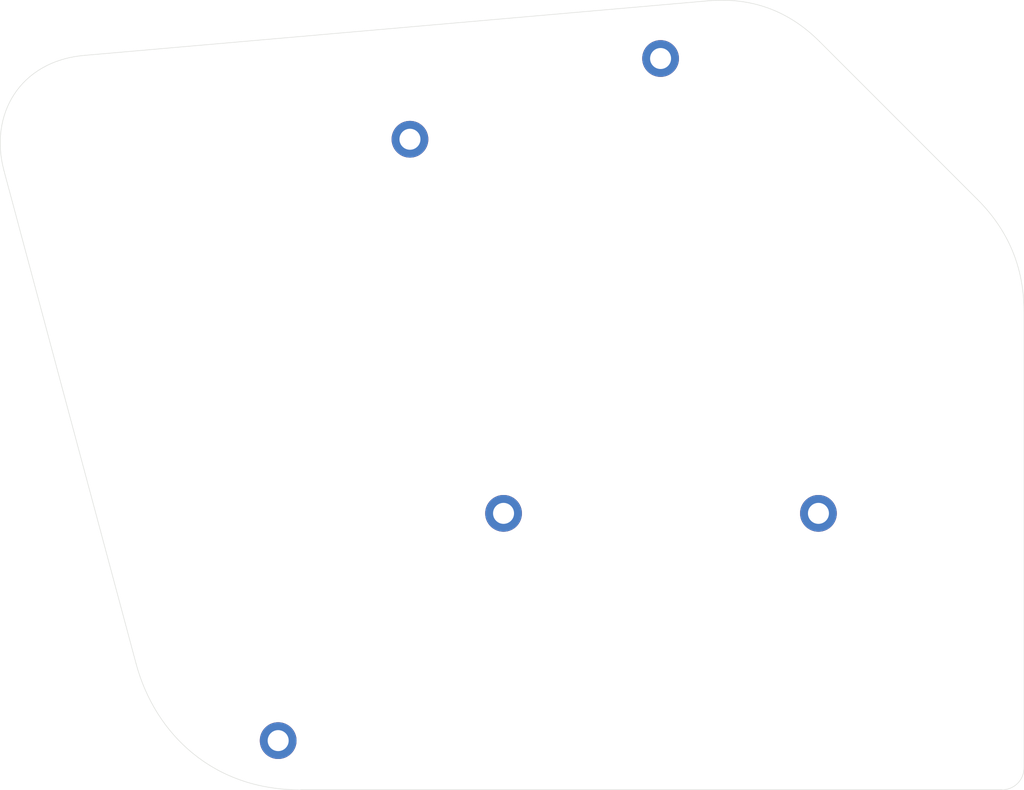
<source format=kicad_pcb>
(kicad_pcb (version 20240108) (generator "pcbnew") (generator_version "8.0")
  (layers (0 "F.Cu" signal) (31 "B.Cu" signal) (34 "B.Paste" user) (35 "F.Paste" user) (36 "B.SilkS" user "B.Silkscreen") (37 "F.SilkS" user "F.Silkscreen") (38 "B.Mask" user) (39 "F.Mask" user) (44 "Edge.Cuts" user))
  (net 0 "")
  (footprint "pipra:MountingHole_16" (layer "F.Cu") (at 239.265421 130.433188)
    (property "Reference" "H5" (hide yes))
    (property "Value" "MountingHole" (hide yes))
    (pad "1" thru_hole circle (at 0 0) (size 4.2 4.2) (drill 2.4) (layers "*.Cu" "*.Mask"))
  )
  (footprint "pipra:MountingHole_16" (layer "F.Cu") (at 177.499237 156.413196)
    (property "Reference" "H3" (hide yes))
    (property "Value" "MountingHole" (hide yes))
    (pad "1" thru_hole circle (at 0 0) (size 4.2 4.2) (drill 2.4) (layers "*.Cu" "*.Mask"))
  )
  (footprint "pipra:MountingHole_16" (layer "F.Cu") (at 192.565423 87.663195)
    (property "Reference" "H4" (hide yes))
    (property "Value" "MountingHole" (hide yes))
    (pad "1" thru_hole circle (at 0 0) (size 4.2 4.2) (drill 2.4) (layers "*.Cu" "*.Mask"))
  )
  (footprint "pipra:MountingHole_16" (layer "F.Cu") (at 221.217189 78.432556)
    (property "Reference" "H6" (hide yes))
    (property "Value" "MountingHole" (hide yes))
    (pad "1" thru_hole circle (at 0 0) (size 4.2 4.2) (drill 2.4) (layers "*.Cu" "*.Mask"))
  )
  (footprint "pipra:MountingHole_16" (layer "F.Cu") (at 203.265422 130.433188)
    (property "Reference" "H2" (hide yes))
    (property "Value" "MountingHole" (hide yes))
    (pad "1" thru_hole circle (at 0 0) (size 4.2 4.2) (drill 2.4) (layers "*.Cu" "*.Mask"))
  )
  (gr_curve (pts (xy 226.614382 71.839201) (xy 231.595348 71.40342) (xy 235.853598 72.953291) (xy 239.389125 76.488824)) (stroke (width 0.05)) (layer "Edge.Cuts"))
  (gr_line (start 262.765419 159.533199) (end 262.765419 107.332898) (stroke (width 0.05)) (layer "Edge.Cuts"))
  (gr_curve (pts (xy 146.14656 91.236338) (xy 144.451533 84.910423) (xy 147.892292 78.726484) (xy 155.363766 78.072825)) (stroke (width 0.05)) (layer "Edge.Cuts"))
  (gr_line (start 155.363766 78.072825) (end 226.614382 71.839201) (stroke (width 0.05)) (layer "Edge.Cuts"))
  (gr_line (start 260.265422 162.0332) (end 180.079494 162.0332) (stroke (width 0.05)) (layer "Edge.Cuts"))
  (gr_curve (pts (xy 257.445308 94.546411) (xy 260.980837 98.081962) (xy 262.76542 102.332912) (xy 262.765419 107.332898)) (stroke (width 0.05)) (layer "Edge.Cuts"))
  (gr_arc (start 262.765419 159.5332) (mid 262.033187 161.300965) (end 260.265422 162.033197) (stroke (width 0.05)) (layer "Edge.Cuts"))
  (gr_curve (pts (xy 180.079494 162.034126) (xy 170.133326 162.095893) (xy 163.416902 155.690099) (xy 161.251042 147.607033)) (stroke (width 0.05)) (layer "Edge.Cuts"))
  (gr_line (start 161.251042 147.607033) (end 146.14656 91.236338) (stroke (width 0.05)) (layer "Edge.Cuts"))
  (gr_line (start 257.445308 94.546411) (end 239.389125 76.488824) (stroke (width 0.05)) (layer "Edge.Cuts"))
)
</source>
